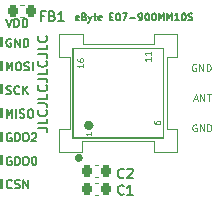
<source format=gbr>
%TF.GenerationSoftware,KiCad,Pcbnew,8.0.9-8.0.9-0~ubuntu22.04.1*%
%TF.CreationDate,2025-04-18T16:48:51+02:00*%
%TF.ProjectId,Adapter_noname_green_RF_module_to_Ebyte_E07_868MS10_FUEL4EP,41646170-7465-4725-9f6e-6f6e616d655f,1.0*%
%TF.SameCoordinates,Original*%
%TF.FileFunction,Legend,Top*%
%TF.FilePolarity,Positive*%
%FSLAX46Y46*%
G04 Gerber Fmt 4.6, Leading zero omitted, Abs format (unit mm)*
G04 Created by KiCad (PCBNEW 8.0.9-8.0.9-0~ubuntu22.04.1) date 2025-04-18 16:48:51*
%MOMM*%
%LPD*%
G01*
G04 APERTURE LIST*
G04 Aperture macros list*
%AMRoundRect*
0 Rectangle with rounded corners*
0 $1 Rounding radius*
0 $2 $3 $4 $5 $6 $7 $8 $9 X,Y pos of 4 corners*
0 Add a 4 corners polygon primitive as box body*
4,1,4,$2,$3,$4,$5,$6,$7,$8,$9,$2,$3,0*
0 Add four circle primitives for the rounded corners*
1,1,$1+$1,$2,$3*
1,1,$1+$1,$4,$5*
1,1,$1+$1,$6,$7*
1,1,$1+$1,$8,$9*
0 Add four rect primitives between the rounded corners*
20,1,$1+$1,$2,$3,$4,$5,0*
20,1,$1+$1,$4,$5,$6,$7,0*
20,1,$1+$1,$6,$7,$8,$9,0*
20,1,$1+$1,$8,$9,$2,$3,0*%
G04 Aperture macros list end*
%ADD10C,0.360181*%
%ADD11C,0.152400*%
%ADD12C,0.125000*%
%ADD13C,0.150000*%
%ADD14C,0.120000*%
%ADD15C,0.127000*%
%ADD16C,0.400000*%
%ADD17R,1.400000X1.400000*%
%ADD18RoundRect,0.300000X-0.400000X-0.400000X0.400000X-0.400000X0.400000X0.400000X-0.400000X0.400000X0*%
%ADD19RoundRect,0.225000X-0.225000X-0.250000X0.225000X-0.250000X0.225000X0.250000X-0.225000X0.250000X0*%
%ADD20R,1.600000X1.600000*%
%ADD21RoundRect,0.218750X-0.218750X-0.256250X0.218750X-0.256250X0.218750X0.256250X-0.218750X0.256250X0*%
%ADD22R,0.800000X1.500000*%
%ADD23R,1.500000X0.800000*%
G04 APERTURE END LIST*
D10*
X8054090Y3683000D02*
G75*
G02*
X7693910Y3683000I-180090J0D01*
G01*
X7693910Y3683000D02*
G75*
G02*
X8054090Y3683000I180090J0D01*
G01*
D11*
X2190929Y1176258D02*
X2157596Y1142925D01*
X2157596Y1142925D02*
X2057596Y1109591D01*
X2057596Y1109591D02*
X1990929Y1109591D01*
X1990929Y1109591D02*
X1890929Y1142925D01*
X1890929Y1142925D02*
X1824263Y1209591D01*
X1824263Y1209591D02*
X1790929Y1276258D01*
X1790929Y1276258D02*
X1757596Y1409591D01*
X1757596Y1409591D02*
X1757596Y1509591D01*
X1757596Y1509591D02*
X1790929Y1642925D01*
X1790929Y1642925D02*
X1824263Y1709591D01*
X1824263Y1709591D02*
X1890929Y1776258D01*
X1890929Y1776258D02*
X1990929Y1809591D01*
X1990929Y1809591D02*
X2057596Y1809591D01*
X2057596Y1809591D02*
X2157596Y1776258D01*
X2157596Y1776258D02*
X2190929Y1742925D01*
X2457596Y1142925D02*
X2557596Y1109591D01*
X2557596Y1109591D02*
X2724263Y1109591D01*
X2724263Y1109591D02*
X2790929Y1142925D01*
X2790929Y1142925D02*
X2824263Y1176258D01*
X2824263Y1176258D02*
X2857596Y1242925D01*
X2857596Y1242925D02*
X2857596Y1309591D01*
X2857596Y1309591D02*
X2824263Y1376258D01*
X2824263Y1376258D02*
X2790929Y1409591D01*
X2790929Y1409591D02*
X2724263Y1442925D01*
X2724263Y1442925D02*
X2590929Y1476258D01*
X2590929Y1476258D02*
X2524263Y1509591D01*
X2524263Y1509591D02*
X2490929Y1542925D01*
X2490929Y1542925D02*
X2457596Y1609591D01*
X2457596Y1609591D02*
X2457596Y1676258D01*
X2457596Y1676258D02*
X2490929Y1742925D01*
X2490929Y1742925D02*
X2524263Y1776258D01*
X2524263Y1776258D02*
X2590929Y1809591D01*
X2590929Y1809591D02*
X2757596Y1809591D01*
X2757596Y1809591D02*
X2857596Y1776258D01*
X3157596Y1109591D02*
X3157596Y1809591D01*
X3157596Y1809591D02*
X3557596Y1109591D01*
X3557596Y1109591D02*
X3557596Y1809591D01*
D12*
X17614285Y8650357D02*
X17900000Y8650357D01*
X17557142Y8478928D02*
X17757142Y9078928D01*
X17757142Y9078928D02*
X17957142Y8478928D01*
X18157143Y8478928D02*
X18157143Y9078928D01*
X18157143Y9078928D02*
X18500000Y8478928D01*
X18500000Y8478928D02*
X18500000Y9078928D01*
X18699999Y9078928D02*
X19042857Y9078928D01*
X18871428Y8478928D02*
X18871428Y9078928D01*
D11*
X2157596Y3760258D02*
X2090929Y3793591D01*
X2090929Y3793591D02*
X1990929Y3793591D01*
X1990929Y3793591D02*
X1890929Y3760258D01*
X1890929Y3760258D02*
X1824263Y3693591D01*
X1824263Y3693591D02*
X1790929Y3626925D01*
X1790929Y3626925D02*
X1757596Y3493591D01*
X1757596Y3493591D02*
X1757596Y3393591D01*
X1757596Y3393591D02*
X1790929Y3260258D01*
X1790929Y3260258D02*
X1824263Y3193591D01*
X1824263Y3193591D02*
X1890929Y3126925D01*
X1890929Y3126925D02*
X1990929Y3093591D01*
X1990929Y3093591D02*
X2057596Y3093591D01*
X2057596Y3093591D02*
X2157596Y3126925D01*
X2157596Y3126925D02*
X2190929Y3160258D01*
X2190929Y3160258D02*
X2190929Y3393591D01*
X2190929Y3393591D02*
X2057596Y3393591D01*
X2490929Y3093591D02*
X2490929Y3793591D01*
X2490929Y3793591D02*
X2657596Y3793591D01*
X2657596Y3793591D02*
X2757596Y3760258D01*
X2757596Y3760258D02*
X2824263Y3693591D01*
X2824263Y3693591D02*
X2857596Y3626925D01*
X2857596Y3626925D02*
X2890929Y3493591D01*
X2890929Y3493591D02*
X2890929Y3393591D01*
X2890929Y3393591D02*
X2857596Y3260258D01*
X2857596Y3260258D02*
X2824263Y3193591D01*
X2824263Y3193591D02*
X2757596Y3126925D01*
X2757596Y3126925D02*
X2657596Y3093591D01*
X2657596Y3093591D02*
X2490929Y3093591D01*
X3324263Y3793591D02*
X3457596Y3793591D01*
X3457596Y3793591D02*
X3524263Y3760258D01*
X3524263Y3760258D02*
X3590929Y3693591D01*
X3590929Y3693591D02*
X3624263Y3560258D01*
X3624263Y3560258D02*
X3624263Y3326925D01*
X3624263Y3326925D02*
X3590929Y3193591D01*
X3590929Y3193591D02*
X3524263Y3126925D01*
X3524263Y3126925D02*
X3457596Y3093591D01*
X3457596Y3093591D02*
X3324263Y3093591D01*
X3324263Y3093591D02*
X3257596Y3126925D01*
X3257596Y3126925D02*
X3190929Y3193591D01*
X3190929Y3193591D02*
X3157596Y3326925D01*
X3157596Y3326925D02*
X3157596Y3560258D01*
X3157596Y3560258D02*
X3190929Y3693591D01*
X3190929Y3693591D02*
X3257596Y3760258D01*
X3257596Y3760258D02*
X3324263Y3793591D01*
X4057596Y3793591D02*
X4124262Y3793591D01*
X4124262Y3793591D02*
X4190929Y3760258D01*
X4190929Y3760258D02*
X4224262Y3726925D01*
X4224262Y3726925D02*
X4257596Y3660258D01*
X4257596Y3660258D02*
X4290929Y3526925D01*
X4290929Y3526925D02*
X4290929Y3360258D01*
X4290929Y3360258D02*
X4257596Y3226925D01*
X4257596Y3226925D02*
X4224262Y3160258D01*
X4224262Y3160258D02*
X4190929Y3126925D01*
X4190929Y3126925D02*
X4124262Y3093591D01*
X4124262Y3093591D02*
X4057596Y3093591D01*
X4057596Y3093591D02*
X3990929Y3126925D01*
X3990929Y3126925D02*
X3957596Y3160258D01*
X3957596Y3160258D02*
X3924262Y3226925D01*
X3924262Y3226925D02*
X3890929Y3360258D01*
X3890929Y3360258D02*
X3890929Y3526925D01*
X3890929Y3526925D02*
X3924262Y3660258D01*
X3924262Y3660258D02*
X3957596Y3726925D01*
X3957596Y3726925D02*
X3990929Y3760258D01*
X3990929Y3760258D02*
X4057596Y3793591D01*
X4379803Y6226015D02*
X4960375Y6226015D01*
X4960375Y6226015D02*
X5076489Y6187310D01*
X5076489Y6187310D02*
X5153899Y6109901D01*
X5153899Y6109901D02*
X5192603Y5993786D01*
X5192603Y5993786D02*
X5192603Y5916377D01*
X5192603Y7000110D02*
X5192603Y6613062D01*
X5192603Y6613062D02*
X4379803Y6613062D01*
X5115194Y7735500D02*
X5153899Y7696796D01*
X5153899Y7696796D02*
X5192603Y7580681D01*
X5192603Y7580681D02*
X5192603Y7503272D01*
X5192603Y7503272D02*
X5153899Y7387158D01*
X5153899Y7387158D02*
X5076489Y7309748D01*
X5076489Y7309748D02*
X4999079Y7271043D01*
X4999079Y7271043D02*
X4844260Y7232339D01*
X4844260Y7232339D02*
X4728146Y7232339D01*
X4728146Y7232339D02*
X4573327Y7271043D01*
X4573327Y7271043D02*
X4495918Y7309748D01*
X4495918Y7309748D02*
X4418508Y7387158D01*
X4418508Y7387158D02*
X4379803Y7503272D01*
X4379803Y7503272D02*
X4379803Y7580681D01*
X4379803Y7580681D02*
X4418508Y7696796D01*
X4418508Y7696796D02*
X4457213Y7735500D01*
X4379803Y8316072D02*
X4960375Y8316072D01*
X4960375Y8316072D02*
X5076489Y8277367D01*
X5076489Y8277367D02*
X5153899Y8199958D01*
X5153899Y8199958D02*
X5192603Y8083843D01*
X5192603Y8083843D02*
X5192603Y8006434D01*
X5192603Y9090167D02*
X5192603Y8703119D01*
X5192603Y8703119D02*
X4379803Y8703119D01*
X5115194Y9825557D02*
X5153899Y9786853D01*
X5153899Y9786853D02*
X5192603Y9670738D01*
X5192603Y9670738D02*
X5192603Y9593329D01*
X5192603Y9593329D02*
X5153899Y9477215D01*
X5153899Y9477215D02*
X5076489Y9399805D01*
X5076489Y9399805D02*
X4999079Y9361100D01*
X4999079Y9361100D02*
X4844260Y9322396D01*
X4844260Y9322396D02*
X4728146Y9322396D01*
X4728146Y9322396D02*
X4573327Y9361100D01*
X4573327Y9361100D02*
X4495918Y9399805D01*
X4495918Y9399805D02*
X4418508Y9477215D01*
X4418508Y9477215D02*
X4379803Y9593329D01*
X4379803Y9593329D02*
X4379803Y9670738D01*
X4379803Y9670738D02*
X4418508Y9786853D01*
X4418508Y9786853D02*
X4457213Y9825557D01*
X4379803Y10406129D02*
X4960375Y10406129D01*
X4960375Y10406129D02*
X5076489Y10367424D01*
X5076489Y10367424D02*
X5153899Y10290015D01*
X5153899Y10290015D02*
X5192603Y10173900D01*
X5192603Y10173900D02*
X5192603Y10096491D01*
X5192603Y11180224D02*
X5192603Y10793176D01*
X5192603Y10793176D02*
X4379803Y10793176D01*
X5115194Y11915614D02*
X5153899Y11876910D01*
X5153899Y11876910D02*
X5192603Y11760795D01*
X5192603Y11760795D02*
X5192603Y11683386D01*
X5192603Y11683386D02*
X5153899Y11567272D01*
X5153899Y11567272D02*
X5076489Y11489862D01*
X5076489Y11489862D02*
X4999079Y11451157D01*
X4999079Y11451157D02*
X4844260Y11412453D01*
X4844260Y11412453D02*
X4728146Y11412453D01*
X4728146Y11412453D02*
X4573327Y11451157D01*
X4573327Y11451157D02*
X4495918Y11489862D01*
X4495918Y11489862D02*
X4418508Y11567272D01*
X4418508Y11567272D02*
X4379803Y11683386D01*
X4379803Y11683386D02*
X4379803Y11760795D01*
X4379803Y11760795D02*
X4418508Y11876910D01*
X4418508Y11876910D02*
X4457213Y11915614D01*
X4379803Y12496186D02*
X4960375Y12496186D01*
X4960375Y12496186D02*
X5076489Y12457481D01*
X5076489Y12457481D02*
X5153899Y12380072D01*
X5153899Y12380072D02*
X5192603Y12263957D01*
X5192603Y12263957D02*
X5192603Y12186548D01*
X5192603Y13270281D02*
X5192603Y12883233D01*
X5192603Y12883233D02*
X4379803Y12883233D01*
X5115194Y14005671D02*
X5153899Y13966967D01*
X5153899Y13966967D02*
X5192603Y13850852D01*
X5192603Y13850852D02*
X5192603Y13773443D01*
X5192603Y13773443D02*
X5153899Y13657329D01*
X5153899Y13657329D02*
X5076489Y13579919D01*
X5076489Y13579919D02*
X4999079Y13541214D01*
X4999079Y13541214D02*
X4844260Y13502510D01*
X4844260Y13502510D02*
X4728146Y13502510D01*
X4728146Y13502510D02*
X4573327Y13541214D01*
X4573327Y13541214D02*
X4495918Y13579919D01*
X4495918Y13579919D02*
X4418508Y13657329D01*
X4418508Y13657329D02*
X4379803Y13773443D01*
X4379803Y13773443D02*
X4379803Y13850852D01*
X4379803Y13850852D02*
X4418508Y13966967D01*
X4418508Y13966967D02*
X4457213Y14005671D01*
X1733596Y9126925D02*
X1833596Y9093591D01*
X1833596Y9093591D02*
X2000263Y9093591D01*
X2000263Y9093591D02*
X2066929Y9126925D01*
X2066929Y9126925D02*
X2100263Y9160258D01*
X2100263Y9160258D02*
X2133596Y9226925D01*
X2133596Y9226925D02*
X2133596Y9293591D01*
X2133596Y9293591D02*
X2100263Y9360258D01*
X2100263Y9360258D02*
X2066929Y9393591D01*
X2066929Y9393591D02*
X2000263Y9426925D01*
X2000263Y9426925D02*
X1866929Y9460258D01*
X1866929Y9460258D02*
X1800263Y9493591D01*
X1800263Y9493591D02*
X1766929Y9526925D01*
X1766929Y9526925D02*
X1733596Y9593591D01*
X1733596Y9593591D02*
X1733596Y9660258D01*
X1733596Y9660258D02*
X1766929Y9726925D01*
X1766929Y9726925D02*
X1800263Y9760258D01*
X1800263Y9760258D02*
X1866929Y9793591D01*
X1866929Y9793591D02*
X2033596Y9793591D01*
X2033596Y9793591D02*
X2133596Y9760258D01*
X2833596Y9160258D02*
X2800263Y9126925D01*
X2800263Y9126925D02*
X2700263Y9093591D01*
X2700263Y9093591D02*
X2633596Y9093591D01*
X2633596Y9093591D02*
X2533596Y9126925D01*
X2533596Y9126925D02*
X2466930Y9193591D01*
X2466930Y9193591D02*
X2433596Y9260258D01*
X2433596Y9260258D02*
X2400263Y9393591D01*
X2400263Y9393591D02*
X2400263Y9493591D01*
X2400263Y9493591D02*
X2433596Y9626925D01*
X2433596Y9626925D02*
X2466930Y9693591D01*
X2466930Y9693591D02*
X2533596Y9760258D01*
X2533596Y9760258D02*
X2633596Y9793591D01*
X2633596Y9793591D02*
X2700263Y9793591D01*
X2700263Y9793591D02*
X2800263Y9760258D01*
X2800263Y9760258D02*
X2833596Y9726925D01*
X3133596Y9093591D02*
X3133596Y9793591D01*
X3533596Y9093591D02*
X3233596Y9493591D01*
X3533596Y9793591D02*
X3133596Y9393591D01*
D12*
X17830857Y6500357D02*
X17773715Y6528928D01*
X17773715Y6528928D02*
X17688000Y6528928D01*
X17688000Y6528928D02*
X17602286Y6500357D01*
X17602286Y6500357D02*
X17545143Y6443214D01*
X17545143Y6443214D02*
X17516572Y6386071D01*
X17516572Y6386071D02*
X17488000Y6271785D01*
X17488000Y6271785D02*
X17488000Y6186071D01*
X17488000Y6186071D02*
X17516572Y6071785D01*
X17516572Y6071785D02*
X17545143Y6014642D01*
X17545143Y6014642D02*
X17602286Y5957500D01*
X17602286Y5957500D02*
X17688000Y5928928D01*
X17688000Y5928928D02*
X17745143Y5928928D01*
X17745143Y5928928D02*
X17830857Y5957500D01*
X17830857Y5957500D02*
X17859429Y5986071D01*
X17859429Y5986071D02*
X17859429Y6186071D01*
X17859429Y6186071D02*
X17745143Y6186071D01*
X18116572Y5928928D02*
X18116572Y6528928D01*
X18116572Y6528928D02*
X18459429Y5928928D01*
X18459429Y5928928D02*
X18459429Y6528928D01*
X18745143Y5928928D02*
X18745143Y6528928D01*
X18745143Y6528928D02*
X18888000Y6528928D01*
X18888000Y6528928D02*
X18973714Y6500357D01*
X18973714Y6500357D02*
X19030857Y6443214D01*
X19030857Y6443214D02*
X19059428Y6386071D01*
X19059428Y6386071D02*
X19088000Y6271785D01*
X19088000Y6271785D02*
X19088000Y6186071D01*
X19088000Y6186071D02*
X19059428Y6071785D01*
X19059428Y6071785D02*
X19030857Y6014642D01*
X19030857Y6014642D02*
X18973714Y5957500D01*
X18973714Y5957500D02*
X18888000Y5928928D01*
X18888000Y5928928D02*
X18745143Y5928928D01*
D11*
X2157596Y5760258D02*
X2090929Y5793591D01*
X2090929Y5793591D02*
X1990929Y5793591D01*
X1990929Y5793591D02*
X1890929Y5760258D01*
X1890929Y5760258D02*
X1824263Y5693591D01*
X1824263Y5693591D02*
X1790929Y5626925D01*
X1790929Y5626925D02*
X1757596Y5493591D01*
X1757596Y5493591D02*
X1757596Y5393591D01*
X1757596Y5393591D02*
X1790929Y5260258D01*
X1790929Y5260258D02*
X1824263Y5193591D01*
X1824263Y5193591D02*
X1890929Y5126925D01*
X1890929Y5126925D02*
X1990929Y5093591D01*
X1990929Y5093591D02*
X2057596Y5093591D01*
X2057596Y5093591D02*
X2157596Y5126925D01*
X2157596Y5126925D02*
X2190929Y5160258D01*
X2190929Y5160258D02*
X2190929Y5393591D01*
X2190929Y5393591D02*
X2057596Y5393591D01*
X2490929Y5093591D02*
X2490929Y5793591D01*
X2490929Y5793591D02*
X2657596Y5793591D01*
X2657596Y5793591D02*
X2757596Y5760258D01*
X2757596Y5760258D02*
X2824263Y5693591D01*
X2824263Y5693591D02*
X2857596Y5626925D01*
X2857596Y5626925D02*
X2890929Y5493591D01*
X2890929Y5493591D02*
X2890929Y5393591D01*
X2890929Y5393591D02*
X2857596Y5260258D01*
X2857596Y5260258D02*
X2824263Y5193591D01*
X2824263Y5193591D02*
X2757596Y5126925D01*
X2757596Y5126925D02*
X2657596Y5093591D01*
X2657596Y5093591D02*
X2490929Y5093591D01*
X3324263Y5793591D02*
X3457596Y5793591D01*
X3457596Y5793591D02*
X3524263Y5760258D01*
X3524263Y5760258D02*
X3590929Y5693591D01*
X3590929Y5693591D02*
X3624263Y5560258D01*
X3624263Y5560258D02*
X3624263Y5326925D01*
X3624263Y5326925D02*
X3590929Y5193591D01*
X3590929Y5193591D02*
X3524263Y5126925D01*
X3524263Y5126925D02*
X3457596Y5093591D01*
X3457596Y5093591D02*
X3324263Y5093591D01*
X3324263Y5093591D02*
X3257596Y5126925D01*
X3257596Y5126925D02*
X3190929Y5193591D01*
X3190929Y5193591D02*
X3157596Y5326925D01*
X3157596Y5326925D02*
X3157596Y5560258D01*
X3157596Y5560258D02*
X3190929Y5693591D01*
X3190929Y5693591D02*
X3257596Y5760258D01*
X3257596Y5760258D02*
X3324263Y5793591D01*
X3890929Y5726925D02*
X3924262Y5760258D01*
X3924262Y5760258D02*
X3990929Y5793591D01*
X3990929Y5793591D02*
X4157596Y5793591D01*
X4157596Y5793591D02*
X4224262Y5760258D01*
X4224262Y5760258D02*
X4257596Y5726925D01*
X4257596Y5726925D02*
X4290929Y5660258D01*
X4290929Y5660258D02*
X4290929Y5593591D01*
X4290929Y5593591D02*
X4257596Y5493591D01*
X4257596Y5493591D02*
X3857596Y5093591D01*
X3857596Y5093591D02*
X4290929Y5093591D01*
X1716929Y15443591D02*
X1950263Y14743591D01*
X1950263Y14743591D02*
X2183596Y15443591D01*
X2416929Y14743591D02*
X2416929Y15443591D01*
X2416929Y15443591D02*
X2583596Y15443591D01*
X2583596Y15443591D02*
X2683596Y15410258D01*
X2683596Y15410258D02*
X2750263Y15343591D01*
X2750263Y15343591D02*
X2783596Y15276925D01*
X2783596Y15276925D02*
X2816929Y15143591D01*
X2816929Y15143591D02*
X2816929Y15043591D01*
X2816929Y15043591D02*
X2783596Y14910258D01*
X2783596Y14910258D02*
X2750263Y14843591D01*
X2750263Y14843591D02*
X2683596Y14776925D01*
X2683596Y14776925D02*
X2583596Y14743591D01*
X2583596Y14743591D02*
X2416929Y14743591D01*
X3116929Y14743591D02*
X3116929Y15443591D01*
X3116929Y15443591D02*
X3283596Y15443591D01*
X3283596Y15443591D02*
X3383596Y15410258D01*
X3383596Y15410258D02*
X3450263Y15343591D01*
X3450263Y15343591D02*
X3483596Y15276925D01*
X3483596Y15276925D02*
X3516929Y15143591D01*
X3516929Y15143591D02*
X3516929Y15043591D01*
X3516929Y15043591D02*
X3483596Y14910258D01*
X3483596Y14910258D02*
X3450263Y14843591D01*
X3450263Y14843591D02*
X3383596Y14776925D01*
X3383596Y14776925D02*
X3283596Y14743591D01*
X3283596Y14743591D02*
X3116929Y14743591D01*
X1766929Y11093591D02*
X1766929Y11793591D01*
X1766929Y11793591D02*
X2000263Y11293591D01*
X2000263Y11293591D02*
X2233596Y11793591D01*
X2233596Y11793591D02*
X2233596Y11093591D01*
X2700263Y11793591D02*
X2833596Y11793591D01*
X2833596Y11793591D02*
X2900263Y11760258D01*
X2900263Y11760258D02*
X2966929Y11693591D01*
X2966929Y11693591D02*
X3000263Y11560258D01*
X3000263Y11560258D02*
X3000263Y11326925D01*
X3000263Y11326925D02*
X2966929Y11193591D01*
X2966929Y11193591D02*
X2900263Y11126925D01*
X2900263Y11126925D02*
X2833596Y11093591D01*
X2833596Y11093591D02*
X2700263Y11093591D01*
X2700263Y11093591D02*
X2633596Y11126925D01*
X2633596Y11126925D02*
X2566929Y11193591D01*
X2566929Y11193591D02*
X2533596Y11326925D01*
X2533596Y11326925D02*
X2533596Y11560258D01*
X2533596Y11560258D02*
X2566929Y11693591D01*
X2566929Y11693591D02*
X2633596Y11760258D01*
X2633596Y11760258D02*
X2700263Y11793591D01*
X3266929Y11126925D02*
X3366929Y11093591D01*
X3366929Y11093591D02*
X3533596Y11093591D01*
X3533596Y11093591D02*
X3600262Y11126925D01*
X3600262Y11126925D02*
X3633596Y11160258D01*
X3633596Y11160258D02*
X3666929Y11226925D01*
X3666929Y11226925D02*
X3666929Y11293591D01*
X3666929Y11293591D02*
X3633596Y11360258D01*
X3633596Y11360258D02*
X3600262Y11393591D01*
X3600262Y11393591D02*
X3533596Y11426925D01*
X3533596Y11426925D02*
X3400262Y11460258D01*
X3400262Y11460258D02*
X3333596Y11493591D01*
X3333596Y11493591D02*
X3300262Y11526925D01*
X3300262Y11526925D02*
X3266929Y11593591D01*
X3266929Y11593591D02*
X3266929Y11660258D01*
X3266929Y11660258D02*
X3300262Y11726925D01*
X3300262Y11726925D02*
X3333596Y11760258D01*
X3333596Y11760258D02*
X3400262Y11793591D01*
X3400262Y11793591D02*
X3566929Y11793591D01*
X3566929Y11793591D02*
X3666929Y11760258D01*
X3966929Y11093591D02*
X3966929Y11793591D01*
X2133596Y13760258D02*
X2066929Y13793591D01*
X2066929Y13793591D02*
X1966929Y13793591D01*
X1966929Y13793591D02*
X1866929Y13760258D01*
X1866929Y13760258D02*
X1800263Y13693591D01*
X1800263Y13693591D02*
X1766929Y13626925D01*
X1766929Y13626925D02*
X1733596Y13493591D01*
X1733596Y13493591D02*
X1733596Y13393591D01*
X1733596Y13393591D02*
X1766929Y13260258D01*
X1766929Y13260258D02*
X1800263Y13193591D01*
X1800263Y13193591D02*
X1866929Y13126925D01*
X1866929Y13126925D02*
X1966929Y13093591D01*
X1966929Y13093591D02*
X2033596Y13093591D01*
X2033596Y13093591D02*
X2133596Y13126925D01*
X2133596Y13126925D02*
X2166929Y13160258D01*
X2166929Y13160258D02*
X2166929Y13393591D01*
X2166929Y13393591D02*
X2033596Y13393591D01*
X2466929Y13093591D02*
X2466929Y13793591D01*
X2466929Y13793591D02*
X2866929Y13093591D01*
X2866929Y13093591D02*
X2866929Y13793591D01*
X3200262Y13093591D02*
X3200262Y13793591D01*
X3200262Y13793591D02*
X3366929Y13793591D01*
X3366929Y13793591D02*
X3466929Y13760258D01*
X3466929Y13760258D02*
X3533596Y13693591D01*
X3533596Y13693591D02*
X3566929Y13626925D01*
X3566929Y13626925D02*
X3600262Y13493591D01*
X3600262Y13493591D02*
X3600262Y13393591D01*
X3600262Y13393591D02*
X3566929Y13260258D01*
X3566929Y13260258D02*
X3533596Y13193591D01*
X3533596Y13193591D02*
X3466929Y13126925D01*
X3466929Y13126925D02*
X3366929Y13093591D01*
X3366929Y13093591D02*
X3200262Y13093591D01*
X1766929Y7093591D02*
X1766929Y7793591D01*
X1766929Y7793591D02*
X2000263Y7293591D01*
X2000263Y7293591D02*
X2233596Y7793591D01*
X2233596Y7793591D02*
X2233596Y7093591D01*
X2566929Y7093591D02*
X2566929Y7793591D01*
X2866929Y7126925D02*
X2966929Y7093591D01*
X2966929Y7093591D02*
X3133596Y7093591D01*
X3133596Y7093591D02*
X3200262Y7126925D01*
X3200262Y7126925D02*
X3233596Y7160258D01*
X3233596Y7160258D02*
X3266929Y7226925D01*
X3266929Y7226925D02*
X3266929Y7293591D01*
X3266929Y7293591D02*
X3233596Y7360258D01*
X3233596Y7360258D02*
X3200262Y7393591D01*
X3200262Y7393591D02*
X3133596Y7426925D01*
X3133596Y7426925D02*
X3000262Y7460258D01*
X3000262Y7460258D02*
X2933596Y7493591D01*
X2933596Y7493591D02*
X2900262Y7526925D01*
X2900262Y7526925D02*
X2866929Y7593591D01*
X2866929Y7593591D02*
X2866929Y7660258D01*
X2866929Y7660258D02*
X2900262Y7726925D01*
X2900262Y7726925D02*
X2933596Y7760258D01*
X2933596Y7760258D02*
X3000262Y7793591D01*
X3000262Y7793591D02*
X3166929Y7793591D01*
X3166929Y7793591D02*
X3266929Y7760258D01*
X3700263Y7793591D02*
X3833596Y7793591D01*
X3833596Y7793591D02*
X3900263Y7760258D01*
X3900263Y7760258D02*
X3966929Y7693591D01*
X3966929Y7693591D02*
X4000263Y7560258D01*
X4000263Y7560258D02*
X4000263Y7326925D01*
X4000263Y7326925D02*
X3966929Y7193591D01*
X3966929Y7193591D02*
X3900263Y7126925D01*
X3900263Y7126925D02*
X3833596Y7093591D01*
X3833596Y7093591D02*
X3700263Y7093591D01*
X3700263Y7093591D02*
X3633596Y7126925D01*
X3633596Y7126925D02*
X3566929Y7193591D01*
X3566929Y7193591D02*
X3533596Y7326925D01*
X3533596Y7326925D02*
X3533596Y7560258D01*
X3533596Y7560258D02*
X3566929Y7693591D01*
X3566929Y7693591D02*
X3633596Y7760258D01*
X3633596Y7760258D02*
X3700263Y7793591D01*
D12*
X17792857Y11600357D02*
X17735715Y11628928D01*
X17735715Y11628928D02*
X17650000Y11628928D01*
X17650000Y11628928D02*
X17564286Y11600357D01*
X17564286Y11600357D02*
X17507143Y11543214D01*
X17507143Y11543214D02*
X17478572Y11486071D01*
X17478572Y11486071D02*
X17450000Y11371785D01*
X17450000Y11371785D02*
X17450000Y11286071D01*
X17450000Y11286071D02*
X17478572Y11171785D01*
X17478572Y11171785D02*
X17507143Y11114642D01*
X17507143Y11114642D02*
X17564286Y11057500D01*
X17564286Y11057500D02*
X17650000Y11028928D01*
X17650000Y11028928D02*
X17707143Y11028928D01*
X17707143Y11028928D02*
X17792857Y11057500D01*
X17792857Y11057500D02*
X17821429Y11086071D01*
X17821429Y11086071D02*
X17821429Y11286071D01*
X17821429Y11286071D02*
X17707143Y11286071D01*
X18078572Y11028928D02*
X18078572Y11628928D01*
X18078572Y11628928D02*
X18421429Y11028928D01*
X18421429Y11028928D02*
X18421429Y11628928D01*
X18707143Y11028928D02*
X18707143Y11628928D01*
X18707143Y11628928D02*
X18850000Y11628928D01*
X18850000Y11628928D02*
X18935714Y11600357D01*
X18935714Y11600357D02*
X18992857Y11543214D01*
X18992857Y11543214D02*
X19021428Y11486071D01*
X19021428Y11486071D02*
X19050000Y11371785D01*
X19050000Y11371785D02*
X19050000Y11286071D01*
X19050000Y11286071D02*
X19021428Y11171785D01*
X19021428Y11171785D02*
X18992857Y11114642D01*
X18992857Y11114642D02*
X18935714Y11057500D01*
X18935714Y11057500D02*
X18850000Y11028928D01*
X18850000Y11028928D02*
X18707143Y11028928D01*
D13*
X11666667Y2063895D02*
X11628571Y2025800D01*
X11628571Y2025800D02*
X11514286Y1987704D01*
X11514286Y1987704D02*
X11438095Y1987704D01*
X11438095Y1987704D02*
X11323809Y2025800D01*
X11323809Y2025800D02*
X11247619Y2101990D01*
X11247619Y2101990D02*
X11209524Y2178180D01*
X11209524Y2178180D02*
X11171428Y2330561D01*
X11171428Y2330561D02*
X11171428Y2444847D01*
X11171428Y2444847D02*
X11209524Y2597228D01*
X11209524Y2597228D02*
X11247619Y2673419D01*
X11247619Y2673419D02*
X11323809Y2749609D01*
X11323809Y2749609D02*
X11438095Y2787704D01*
X11438095Y2787704D02*
X11514286Y2787704D01*
X11514286Y2787704D02*
X11628571Y2749609D01*
X11628571Y2749609D02*
X11666667Y2711514D01*
X11971428Y2711514D02*
X12009524Y2749609D01*
X12009524Y2749609D02*
X12085714Y2787704D01*
X12085714Y2787704D02*
X12276190Y2787704D01*
X12276190Y2787704D02*
X12352381Y2749609D01*
X12352381Y2749609D02*
X12390476Y2711514D01*
X12390476Y2711514D02*
X12428571Y2635323D01*
X12428571Y2635323D02*
X12428571Y2559133D01*
X12428571Y2559133D02*
X12390476Y2444847D01*
X12390476Y2444847D02*
X11933333Y1987704D01*
X11933333Y1987704D02*
X12428571Y1987704D01*
X4945833Y15706752D02*
X4679167Y15706752D01*
X4679167Y15287704D02*
X4679167Y16087704D01*
X4679167Y16087704D02*
X5060119Y16087704D01*
X5631547Y15706752D02*
X5745833Y15668657D01*
X5745833Y15668657D02*
X5783928Y15630561D01*
X5783928Y15630561D02*
X5822024Y15554371D01*
X5822024Y15554371D02*
X5822024Y15440085D01*
X5822024Y15440085D02*
X5783928Y15363895D01*
X5783928Y15363895D02*
X5745833Y15325800D01*
X5745833Y15325800D02*
X5669643Y15287704D01*
X5669643Y15287704D02*
X5364881Y15287704D01*
X5364881Y15287704D02*
X5364881Y16087704D01*
X5364881Y16087704D02*
X5631547Y16087704D01*
X5631547Y16087704D02*
X5707738Y16049609D01*
X5707738Y16049609D02*
X5745833Y16011514D01*
X5745833Y16011514D02*
X5783928Y15935323D01*
X5783928Y15935323D02*
X5783928Y15859133D01*
X5783928Y15859133D02*
X5745833Y15782942D01*
X5745833Y15782942D02*
X5707738Y15744847D01*
X5707738Y15744847D02*
X5631547Y15706752D01*
X5631547Y15706752D02*
X5364881Y15706752D01*
X6583928Y15287704D02*
X6126785Y15287704D01*
X6355357Y15287704D02*
X6355357Y16087704D01*
X6355357Y16087704D02*
X6279166Y15973419D01*
X6279166Y15973419D02*
X6202976Y15897228D01*
X6202976Y15897228D02*
X6126785Y15859133D01*
X11666667Y663895D02*
X11628571Y625800D01*
X11628571Y625800D02*
X11514286Y587704D01*
X11514286Y587704D02*
X11438095Y587704D01*
X11438095Y587704D02*
X11323809Y625800D01*
X11323809Y625800D02*
X11247619Y701990D01*
X11247619Y701990D02*
X11209524Y778180D01*
X11209524Y778180D02*
X11171428Y930561D01*
X11171428Y930561D02*
X11171428Y1044847D01*
X11171428Y1044847D02*
X11209524Y1197228D01*
X11209524Y1197228D02*
X11247619Y1273419D01*
X11247619Y1273419D02*
X11323809Y1349609D01*
X11323809Y1349609D02*
X11438095Y1387704D01*
X11438095Y1387704D02*
X11514286Y1387704D01*
X11514286Y1387704D02*
X11628571Y1349609D01*
X11628571Y1349609D02*
X11666667Y1311514D01*
X12428571Y587704D02*
X11971428Y587704D01*
X12200000Y587704D02*
X12200000Y1387704D01*
X12200000Y1387704D02*
X12123809Y1273419D01*
X12123809Y1273419D02*
X12047619Y1197228D01*
X12047619Y1197228D02*
X11971428Y1159133D01*
D12*
X13947809Y12195762D02*
X13947809Y11910048D01*
X13947809Y12052905D02*
X13447809Y12052905D01*
X13447809Y12052905D02*
X13519238Y12005286D01*
X13519238Y12005286D02*
X13566857Y11957667D01*
X13566857Y11957667D02*
X13590666Y11910048D01*
X13947809Y12671952D02*
X13947809Y12386238D01*
X13947809Y12529095D02*
X13447809Y12529095D01*
X13447809Y12529095D02*
X13519238Y12481476D01*
X13519238Y12481476D02*
X13566857Y12433857D01*
X13566857Y12433857D02*
X13590666Y12386238D01*
X14247809Y6786238D02*
X14247809Y6691000D01*
X14247809Y6691000D02*
X14271619Y6643381D01*
X14271619Y6643381D02*
X14295428Y6619571D01*
X14295428Y6619571D02*
X14366857Y6571952D01*
X14366857Y6571952D02*
X14462095Y6548143D01*
X14462095Y6548143D02*
X14652571Y6548143D01*
X14652571Y6548143D02*
X14700190Y6571952D01*
X14700190Y6571952D02*
X14724000Y6595762D01*
X14724000Y6595762D02*
X14747809Y6643381D01*
X14747809Y6643381D02*
X14747809Y6738619D01*
X14747809Y6738619D02*
X14724000Y6786238D01*
X14724000Y6786238D02*
X14700190Y6810047D01*
X14700190Y6810047D02*
X14652571Y6833857D01*
X14652571Y6833857D02*
X14533523Y6833857D01*
X14533523Y6833857D02*
X14485904Y6810047D01*
X14485904Y6810047D02*
X14462095Y6786238D01*
X14462095Y6786238D02*
X14438285Y6738619D01*
X14438285Y6738619D02*
X14438285Y6643381D01*
X14438285Y6643381D02*
X14462095Y6595762D01*
X14462095Y6595762D02*
X14485904Y6571952D01*
X14485904Y6571952D02*
X14533523Y6548143D01*
D13*
X7864284Y15358800D02*
X7807141Y15330228D01*
X7807141Y15330228D02*
X7692856Y15330228D01*
X7692856Y15330228D02*
X7635713Y15358800D01*
X7635713Y15358800D02*
X7607141Y15415942D01*
X7607141Y15415942D02*
X7607141Y15644514D01*
X7607141Y15644514D02*
X7635713Y15701657D01*
X7635713Y15701657D02*
X7692856Y15730228D01*
X7692856Y15730228D02*
X7807141Y15730228D01*
X7807141Y15730228D02*
X7864284Y15701657D01*
X7864284Y15701657D02*
X7892856Y15644514D01*
X7892856Y15644514D02*
X7892856Y15587371D01*
X7892856Y15587371D02*
X7607141Y15530228D01*
X8349999Y15644514D02*
X8435713Y15615942D01*
X8435713Y15615942D02*
X8464284Y15587371D01*
X8464284Y15587371D02*
X8492856Y15530228D01*
X8492856Y15530228D02*
X8492856Y15444514D01*
X8492856Y15444514D02*
X8464284Y15387371D01*
X8464284Y15387371D02*
X8435713Y15358800D01*
X8435713Y15358800D02*
X8378570Y15330228D01*
X8378570Y15330228D02*
X8149999Y15330228D01*
X8149999Y15330228D02*
X8149999Y15930228D01*
X8149999Y15930228D02*
X8349999Y15930228D01*
X8349999Y15930228D02*
X8407142Y15901657D01*
X8407142Y15901657D02*
X8435713Y15873085D01*
X8435713Y15873085D02*
X8464284Y15815942D01*
X8464284Y15815942D02*
X8464284Y15758800D01*
X8464284Y15758800D02*
X8435713Y15701657D01*
X8435713Y15701657D02*
X8407142Y15673085D01*
X8407142Y15673085D02*
X8349999Y15644514D01*
X8349999Y15644514D02*
X8149999Y15644514D01*
X8692856Y15730228D02*
X8835713Y15330228D01*
X8978570Y15730228D02*
X8835713Y15330228D01*
X8835713Y15330228D02*
X8778570Y15187371D01*
X8778570Y15187371D02*
X8749999Y15158800D01*
X8749999Y15158800D02*
X8692856Y15130228D01*
X9121427Y15730228D02*
X9349999Y15730228D01*
X9207142Y15930228D02*
X9207142Y15415942D01*
X9207142Y15415942D02*
X9235713Y15358800D01*
X9235713Y15358800D02*
X9292856Y15330228D01*
X9292856Y15330228D02*
X9349999Y15330228D01*
X9778570Y15358800D02*
X9721427Y15330228D01*
X9721427Y15330228D02*
X9607142Y15330228D01*
X9607142Y15330228D02*
X9549999Y15358800D01*
X9549999Y15358800D02*
X9521427Y15415942D01*
X9521427Y15415942D02*
X9521427Y15644514D01*
X9521427Y15644514D02*
X9549999Y15701657D01*
X9549999Y15701657D02*
X9607142Y15730228D01*
X9607142Y15730228D02*
X9721427Y15730228D01*
X9721427Y15730228D02*
X9778570Y15701657D01*
X9778570Y15701657D02*
X9807142Y15644514D01*
X9807142Y15644514D02*
X9807142Y15587371D01*
X9807142Y15587371D02*
X9521427Y15530228D01*
X10521428Y15644514D02*
X10721428Y15644514D01*
X10807142Y15330228D02*
X10521428Y15330228D01*
X10521428Y15330228D02*
X10521428Y15930228D01*
X10521428Y15930228D02*
X10807142Y15930228D01*
X11178570Y15930228D02*
X11235713Y15930228D01*
X11235713Y15930228D02*
X11292856Y15901657D01*
X11292856Y15901657D02*
X11321428Y15873085D01*
X11321428Y15873085D02*
X11349999Y15815942D01*
X11349999Y15815942D02*
X11378570Y15701657D01*
X11378570Y15701657D02*
X11378570Y15558800D01*
X11378570Y15558800D02*
X11349999Y15444514D01*
X11349999Y15444514D02*
X11321428Y15387371D01*
X11321428Y15387371D02*
X11292856Y15358800D01*
X11292856Y15358800D02*
X11235713Y15330228D01*
X11235713Y15330228D02*
X11178570Y15330228D01*
X11178570Y15330228D02*
X11121428Y15358800D01*
X11121428Y15358800D02*
X11092856Y15387371D01*
X11092856Y15387371D02*
X11064285Y15444514D01*
X11064285Y15444514D02*
X11035713Y15558800D01*
X11035713Y15558800D02*
X11035713Y15701657D01*
X11035713Y15701657D02*
X11064285Y15815942D01*
X11064285Y15815942D02*
X11092856Y15873085D01*
X11092856Y15873085D02*
X11121428Y15901657D01*
X11121428Y15901657D02*
X11178570Y15930228D01*
X11578571Y15930228D02*
X11978571Y15930228D01*
X11978571Y15930228D02*
X11721428Y15330228D01*
X12207143Y15558800D02*
X12664286Y15558800D01*
X12978571Y15330228D02*
X13092857Y15330228D01*
X13092857Y15330228D02*
X13150000Y15358800D01*
X13150000Y15358800D02*
X13178571Y15387371D01*
X13178571Y15387371D02*
X13235714Y15473085D01*
X13235714Y15473085D02*
X13264285Y15587371D01*
X13264285Y15587371D02*
X13264285Y15815942D01*
X13264285Y15815942D02*
X13235714Y15873085D01*
X13235714Y15873085D02*
X13207143Y15901657D01*
X13207143Y15901657D02*
X13150000Y15930228D01*
X13150000Y15930228D02*
X13035714Y15930228D01*
X13035714Y15930228D02*
X12978571Y15901657D01*
X12978571Y15901657D02*
X12950000Y15873085D01*
X12950000Y15873085D02*
X12921428Y15815942D01*
X12921428Y15815942D02*
X12921428Y15673085D01*
X12921428Y15673085D02*
X12950000Y15615942D01*
X12950000Y15615942D02*
X12978571Y15587371D01*
X12978571Y15587371D02*
X13035714Y15558800D01*
X13035714Y15558800D02*
X13150000Y15558800D01*
X13150000Y15558800D02*
X13207143Y15587371D01*
X13207143Y15587371D02*
X13235714Y15615942D01*
X13235714Y15615942D02*
X13264285Y15673085D01*
X13635714Y15930228D02*
X13692857Y15930228D01*
X13692857Y15930228D02*
X13750000Y15901657D01*
X13750000Y15901657D02*
X13778572Y15873085D01*
X13778572Y15873085D02*
X13807143Y15815942D01*
X13807143Y15815942D02*
X13835714Y15701657D01*
X13835714Y15701657D02*
X13835714Y15558800D01*
X13835714Y15558800D02*
X13807143Y15444514D01*
X13807143Y15444514D02*
X13778572Y15387371D01*
X13778572Y15387371D02*
X13750000Y15358800D01*
X13750000Y15358800D02*
X13692857Y15330228D01*
X13692857Y15330228D02*
X13635714Y15330228D01*
X13635714Y15330228D02*
X13578572Y15358800D01*
X13578572Y15358800D02*
X13550000Y15387371D01*
X13550000Y15387371D02*
X13521429Y15444514D01*
X13521429Y15444514D02*
X13492857Y15558800D01*
X13492857Y15558800D02*
X13492857Y15701657D01*
X13492857Y15701657D02*
X13521429Y15815942D01*
X13521429Y15815942D02*
X13550000Y15873085D01*
X13550000Y15873085D02*
X13578572Y15901657D01*
X13578572Y15901657D02*
X13635714Y15930228D01*
X14207143Y15930228D02*
X14264286Y15930228D01*
X14264286Y15930228D02*
X14321429Y15901657D01*
X14321429Y15901657D02*
X14350001Y15873085D01*
X14350001Y15873085D02*
X14378572Y15815942D01*
X14378572Y15815942D02*
X14407143Y15701657D01*
X14407143Y15701657D02*
X14407143Y15558800D01*
X14407143Y15558800D02*
X14378572Y15444514D01*
X14378572Y15444514D02*
X14350001Y15387371D01*
X14350001Y15387371D02*
X14321429Y15358800D01*
X14321429Y15358800D02*
X14264286Y15330228D01*
X14264286Y15330228D02*
X14207143Y15330228D01*
X14207143Y15330228D02*
X14150001Y15358800D01*
X14150001Y15358800D02*
X14121429Y15387371D01*
X14121429Y15387371D02*
X14092858Y15444514D01*
X14092858Y15444514D02*
X14064286Y15558800D01*
X14064286Y15558800D02*
X14064286Y15701657D01*
X14064286Y15701657D02*
X14092858Y15815942D01*
X14092858Y15815942D02*
X14121429Y15873085D01*
X14121429Y15873085D02*
X14150001Y15901657D01*
X14150001Y15901657D02*
X14207143Y15930228D01*
X14664287Y15330228D02*
X14664287Y15930228D01*
X14664287Y15930228D02*
X14864287Y15501657D01*
X14864287Y15501657D02*
X15064287Y15930228D01*
X15064287Y15930228D02*
X15064287Y15330228D01*
X15350001Y15330228D02*
X15350001Y15930228D01*
X15350001Y15930228D02*
X15550001Y15501657D01*
X15550001Y15501657D02*
X15750001Y15930228D01*
X15750001Y15930228D02*
X15750001Y15330228D01*
X16350000Y15330228D02*
X16007143Y15330228D01*
X16178572Y15330228D02*
X16178572Y15930228D01*
X16178572Y15930228D02*
X16121429Y15844514D01*
X16121429Y15844514D02*
X16064286Y15787371D01*
X16064286Y15787371D02*
X16007143Y15758800D01*
X16721429Y15930228D02*
X16778572Y15930228D01*
X16778572Y15930228D02*
X16835715Y15901657D01*
X16835715Y15901657D02*
X16864287Y15873085D01*
X16864287Y15873085D02*
X16892858Y15815942D01*
X16892858Y15815942D02*
X16921429Y15701657D01*
X16921429Y15701657D02*
X16921429Y15558800D01*
X16921429Y15558800D02*
X16892858Y15444514D01*
X16892858Y15444514D02*
X16864287Y15387371D01*
X16864287Y15387371D02*
X16835715Y15358800D01*
X16835715Y15358800D02*
X16778572Y15330228D01*
X16778572Y15330228D02*
X16721429Y15330228D01*
X16721429Y15330228D02*
X16664287Y15358800D01*
X16664287Y15358800D02*
X16635715Y15387371D01*
X16635715Y15387371D02*
X16607144Y15444514D01*
X16607144Y15444514D02*
X16578572Y15558800D01*
X16578572Y15558800D02*
X16578572Y15701657D01*
X16578572Y15701657D02*
X16607144Y15815942D01*
X16607144Y15815942D02*
X16635715Y15873085D01*
X16635715Y15873085D02*
X16664287Y15901657D01*
X16664287Y15901657D02*
X16721429Y15930228D01*
X17150001Y15358800D02*
X17235716Y15330228D01*
X17235716Y15330228D02*
X17378573Y15330228D01*
X17378573Y15330228D02*
X17435716Y15358800D01*
X17435716Y15358800D02*
X17464287Y15387371D01*
X17464287Y15387371D02*
X17492858Y15444514D01*
X17492858Y15444514D02*
X17492858Y15501657D01*
X17492858Y15501657D02*
X17464287Y15558800D01*
X17464287Y15558800D02*
X17435716Y15587371D01*
X17435716Y15587371D02*
X17378573Y15615942D01*
X17378573Y15615942D02*
X17264287Y15644514D01*
X17264287Y15644514D02*
X17207144Y15673085D01*
X17207144Y15673085D02*
X17178573Y15701657D01*
X17178573Y15701657D02*
X17150001Y15758800D01*
X17150001Y15758800D02*
X17150001Y15815942D01*
X17150001Y15815942D02*
X17178573Y15873085D01*
X17178573Y15873085D02*
X17207144Y15901657D01*
X17207144Y15901657D02*
X17264287Y15930228D01*
X17264287Y15930228D02*
X17407144Y15930228D01*
X17407144Y15930228D02*
X17492858Y15901657D01*
D12*
X8947809Y5883857D02*
X8947809Y5598143D01*
X8947809Y5741000D02*
X8447809Y5741000D01*
X8447809Y5741000D02*
X8519238Y5693381D01*
X8519238Y5693381D02*
X8566857Y5645762D01*
X8566857Y5645762D02*
X8590666Y5598143D01*
X8247809Y11645762D02*
X8247809Y11360048D01*
X8247809Y11502905D02*
X7747809Y11502905D01*
X7747809Y11502905D02*
X7819238Y11455286D01*
X7819238Y11455286D02*
X7866857Y11407667D01*
X7866857Y11407667D02*
X7890666Y11360048D01*
X7747809Y12074333D02*
X7747809Y11979095D01*
X7747809Y11979095D02*
X7771619Y11931476D01*
X7771619Y11931476D02*
X7795428Y11907666D01*
X7795428Y11907666D02*
X7866857Y11860047D01*
X7866857Y11860047D02*
X7962095Y11836238D01*
X7962095Y11836238D02*
X8152571Y11836238D01*
X8152571Y11836238D02*
X8200190Y11860047D01*
X8200190Y11860047D02*
X8224000Y11883857D01*
X8224000Y11883857D02*
X8247809Y11931476D01*
X8247809Y11931476D02*
X8247809Y12026714D01*
X8247809Y12026714D02*
X8224000Y12074333D01*
X8224000Y12074333D02*
X8200190Y12098142D01*
X8200190Y12098142D02*
X8152571Y12121952D01*
X8152571Y12121952D02*
X8033523Y12121952D01*
X8033523Y12121952D02*
X7985904Y12098142D01*
X7985904Y12098142D02*
X7962095Y12074333D01*
X7962095Y12074333D02*
X7938285Y12026714D01*
X7938285Y12026714D02*
X7938285Y11931476D01*
X7938285Y11931476D02*
X7962095Y11883857D01*
X7962095Y11883857D02*
X7985904Y11860047D01*
X7985904Y11860047D02*
X8033523Y11836238D01*
D14*
%TO.C,C2*%
X9244420Y3050000D02*
X9525580Y3050000D01*
X9244420Y2030000D02*
X9525580Y2030000D01*
%TO.C,FB1*%
X2887221Y16610000D02*
X3212779Y16610000D01*
X2887221Y15590000D02*
X3212779Y15590000D01*
%TO.C,C1*%
X9244420Y1526000D02*
X9525580Y1526000D01*
X9244420Y506000D02*
X9525580Y506000D01*
%TO.C,Module1*%
X6223000Y14191000D02*
X6223000Y12231000D01*
X6223000Y12231000D02*
X7123000Y12231000D01*
X6223000Y6171000D02*
X6223000Y4191000D01*
X6223000Y4191000D02*
X8183000Y4191000D01*
X7123000Y12231000D02*
X7123000Y6171000D01*
X7123000Y6171000D02*
X6223000Y6171000D01*
D15*
X7423000Y5391000D02*
X7423000Y12991000D01*
D14*
X8183000Y5091000D02*
X14243000Y5091000D01*
X8183000Y4191000D02*
X8183000Y5091000D01*
X8203000Y14191000D02*
X6223000Y14191000D01*
X8203000Y13291000D02*
X8203000Y14191000D01*
X14243000Y5091000D02*
X14243000Y4191000D01*
X14243000Y4191000D02*
X16223000Y4191000D01*
X14263000Y14191000D02*
X14263000Y13291000D01*
X14263000Y13291000D02*
X8203000Y13291000D01*
X15023000Y12991000D02*
X7423000Y12991000D01*
D15*
X15023000Y5391000D02*
X7423000Y5391000D01*
D14*
X15023000Y5391000D02*
X15023000Y12991000D01*
X15323000Y12211000D02*
X16223000Y12211000D01*
X15323000Y6151000D02*
X15323000Y12211000D01*
X16223000Y14191000D02*
X14263000Y14191000D01*
X16223000Y12211000D02*
X16223000Y14191000D01*
X16223000Y6151000D02*
X15323000Y6151000D01*
X16223000Y4191000D02*
X16223000Y6151000D01*
D16*
X8923000Y6441000D02*
G75*
G02*
X8523000Y6441000I-200000J0D01*
G01*
X8523000Y6441000D02*
G75*
G02*
X8923000Y6441000I200000J0D01*
G01*
%TD*%
%LPC*%
D17*
%TO.C,JC1*%
X800000Y15500000D03*
%TD*%
D18*
%TO.C,JC5*%
X800000Y7500000D03*
%TD*%
D19*
%TO.C,C2*%
X8610000Y2540000D03*
X10160000Y2540000D03*
%TD*%
D20*
%TO.C,JA1*%
X18300000Y4960000D03*
%TD*%
D21*
%TO.C,FB1*%
X2262500Y16100000D03*
X3837500Y16100000D03*
%TD*%
D18*
%TO.C,JC8*%
X800000Y1500000D03*
%TD*%
D20*
%TO.C,JA3*%
X18300000Y10040000D03*
%TD*%
%TO.C,JA2*%
X18300000Y7500000D03*
%TD*%
D18*
%TO.C,JC6*%
X800000Y5500000D03*
%TD*%
D19*
%TO.C,C1*%
X8610000Y1016000D03*
X10160000Y1016000D03*
%TD*%
D18*
%TO.C,JC3*%
X800000Y11500000D03*
%TD*%
%TO.C,JC2*%
X800000Y13500000D03*
%TD*%
D22*
%TO.C,Module1*%
X8683000Y14191000D03*
D23*
X16223000Y6651000D03*
D22*
X8683000Y4191000D03*
D23*
X6223000Y6651000D03*
D22*
X9953000Y14191000D03*
D23*
X16223000Y7921000D03*
D22*
X9953000Y4191000D03*
D23*
X6223000Y7921000D03*
D22*
X11223000Y14191000D03*
D23*
X16223000Y9191000D03*
D22*
X11223000Y4191000D03*
D23*
X6223000Y9191000D03*
D22*
X12493000Y14191000D03*
D23*
X16223000Y10461000D03*
D22*
X12493000Y4191000D03*
D23*
X6223000Y10461000D03*
D22*
X13763000Y14191000D03*
D23*
X16223000Y11731000D03*
D22*
X13763000Y4191000D03*
D23*
X6223000Y11731000D03*
%TD*%
D18*
%TO.C,JC4*%
X800000Y9500000D03*
%TD*%
%TO.C,JC7*%
X800000Y3500000D03*
%TD*%
%LPD*%
M02*

</source>
